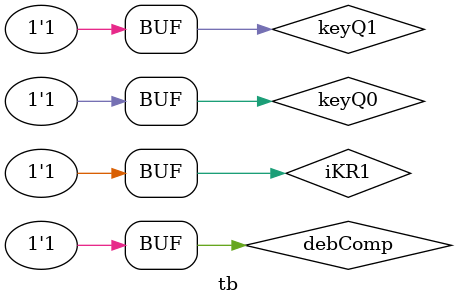
<source format=v>
`timescale 1ns / 10ps

module tb;
    reg iKR1 = 1'b0;
    reg keyQ0 = 1'b0;
    reg keyQ1 = 1'b0;
    reg debComp = 1'b0;

    wire keyD0, keyD1, nLdComp, nLdKbus;

    KEY_PLA dut(iKR1, keyQ0, keyQ1, debComp, keyD0, keyD1, nLdComp, nLdKbus);

    initial begin
    
    #5 {debComp, keyQ1, keyQ0, iKR1} = 4'b0001;
    #5 {debComp, keyQ1, keyQ0, iKR1} = 4'b0010;
    #5 {debComp, keyQ1, keyQ0, iKR1} = 4'b0011;
    #5 {debComp, keyQ1, keyQ0, iKR1} = 4'b0100;
    #5 {debComp, keyQ1, keyQ0, iKR1} = 4'b0101;
    #5 {debComp, keyQ1, keyQ0, iKR1} = 4'b0110;
    #5 {debComp, keyQ1, keyQ0, iKR1} = 4'b0111;
    #5 {debComp, keyQ1, keyQ0, iKR1} = 4'b1000;
    #5 {debComp, keyQ1, keyQ0, iKR1} = 4'b1001;
    #5 {debComp, keyQ1, keyQ0, iKR1} = 4'b1010;
    #5 {debComp, keyQ1, keyQ0, iKR1} = 4'b1011;
    #5 {debComp, keyQ1, keyQ0, iKR1} = 4'b1100;
    #5 {debComp, keyQ1, keyQ0, iKR1} = 4'b1101;
    #5 {debComp, keyQ1, keyQ0, iKR1} = 4'b1110;
    #5 {debComp, keyQ1, keyQ0, iKR1} = 4'b1111;

    end
endmodule

</source>
